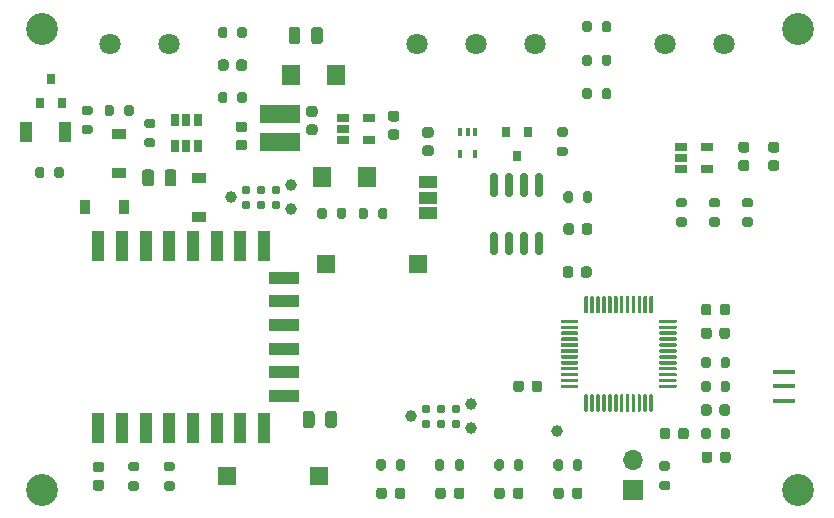
<source format=gbr>
%TF.GenerationSoftware,KiCad,Pcbnew,5.1.10*%
%TF.CreationDate,2021-05-04T20:33:21-04:00*%
%TF.ProjectId,CANalog,43414e61-6c6f-4672-9e6b-696361645f70,rev?*%
%TF.SameCoordinates,PX5b8d800PY848f8c0*%
%TF.FileFunction,Soldermask,Top*%
%TF.FilePolarity,Negative*%
%FSLAX46Y46*%
G04 Gerber Fmt 4.6, Leading zero omitted, Abs format (unit mm)*
G04 Created by KiCad (PCBNEW 5.1.10) date 2021-05-04 20:33:21*
%MOMM*%
%LPD*%
G01*
G04 APERTURE LIST*
%ADD10R,2.500000X1.100000*%
%ADD11R,1.100000X2.500000*%
%ADD12C,0.787400*%
%ADD13C,0.990600*%
%ADD14R,1.900000X0.400000*%
%ADD15R,0.400000X0.650000*%
%ADD16R,1.060000X0.650000*%
%ADD17R,0.650000X1.060000*%
%ADD18C,1.000000*%
%ADD19R,1.500000X1.500000*%
%ADD20R,0.800000X0.900000*%
%ADD21R,3.500000X1.600000*%
%ADD22R,1.500000X1.000000*%
%ADD23O,1.700000X1.700000*%
%ADD24R,1.700000X1.700000*%
%ADD25C,1.800000*%
%ADD26R,1.200000X0.900000*%
%ADD27R,1.600000X1.800000*%
%ADD28R,0.900000X1.200000*%
%ADD29R,1.000000X1.700000*%
%ADD30C,2.700000*%
G04 APERTURE END LIST*
D10*
%TO.C,U4*%
X-47550000Y-25060000D03*
X-47550000Y-27060000D03*
X-47550000Y-29060000D03*
X-47550000Y-31060000D03*
X-47550000Y-33060000D03*
X-47550000Y-35060000D03*
D11*
X-63250000Y-22350000D03*
X-61250000Y-22350000D03*
X-59250000Y-22350000D03*
X-57250000Y-22350000D03*
X-55250000Y-22350000D03*
X-53250000Y-22350000D03*
X-51250000Y-22350000D03*
X-49250000Y-22350000D03*
X-49250000Y-37750000D03*
X-51250000Y-37750000D03*
X-53250000Y-37750000D03*
X-55250000Y-37750000D03*
X-57250000Y-37750000D03*
X-59250000Y-37750000D03*
X-61250000Y-37750000D03*
X-63250000Y-37750000D03*
%TD*%
%TO.C,R14*%
G36*
G01*
X-10575000Y-32525000D02*
X-10575000Y-31975000D01*
G75*
G02*
X-10375000Y-31775000I200000J0D01*
G01*
X-9975000Y-31775000D01*
G75*
G02*
X-9775000Y-31975000I0J-200000D01*
G01*
X-9775000Y-32525000D01*
G75*
G02*
X-9975000Y-32725000I-200000J0D01*
G01*
X-10375000Y-32725000D01*
G75*
G02*
X-10575000Y-32525000I0J200000D01*
G01*
G37*
G36*
G01*
X-12225000Y-32525000D02*
X-12225000Y-31975000D01*
G75*
G02*
X-12025000Y-31775000I200000J0D01*
G01*
X-11625000Y-31775000D01*
G75*
G02*
X-11425000Y-31975000I0J-200000D01*
G01*
X-11425000Y-32525000D01*
G75*
G02*
X-11625000Y-32725000I-200000J0D01*
G01*
X-12025000Y-32725000D01*
G75*
G02*
X-12225000Y-32525000I0J200000D01*
G01*
G37*
%TD*%
D12*
%TO.C,J4*%
X-32980000Y-36165000D03*
X-32980000Y-37435000D03*
X-34250000Y-36165000D03*
X-34250000Y-37435000D03*
X-35520000Y-36165000D03*
X-35520000Y-37435000D03*
D13*
X-36790000Y-36800000D03*
X-31710000Y-37816000D03*
X-31710000Y-35784000D03*
%TD*%
%TO.C,U3*%
G36*
G01*
X-16300000Y-35000000D02*
X-16300000Y-36325000D01*
G75*
G02*
X-16375000Y-36400000I-75000J0D01*
G01*
X-16525000Y-36400000D01*
G75*
G02*
X-16600000Y-36325000I0J75000D01*
G01*
X-16600000Y-35000000D01*
G75*
G02*
X-16525000Y-34925000I75000J0D01*
G01*
X-16375000Y-34925000D01*
G75*
G02*
X-16300000Y-35000000I0J-75000D01*
G01*
G37*
G36*
G01*
X-16800000Y-35000000D02*
X-16800000Y-36325000D01*
G75*
G02*
X-16875000Y-36400000I-75000J0D01*
G01*
X-17025000Y-36400000D01*
G75*
G02*
X-17100000Y-36325000I0J75000D01*
G01*
X-17100000Y-35000000D01*
G75*
G02*
X-17025000Y-34925000I75000J0D01*
G01*
X-16875000Y-34925000D01*
G75*
G02*
X-16800000Y-35000000I0J-75000D01*
G01*
G37*
G36*
G01*
X-17300000Y-35000000D02*
X-17300000Y-36325000D01*
G75*
G02*
X-17375000Y-36400000I-75000J0D01*
G01*
X-17525000Y-36400000D01*
G75*
G02*
X-17600000Y-36325000I0J75000D01*
G01*
X-17600000Y-35000000D01*
G75*
G02*
X-17525000Y-34925000I75000J0D01*
G01*
X-17375000Y-34925000D01*
G75*
G02*
X-17300000Y-35000000I0J-75000D01*
G01*
G37*
G36*
G01*
X-17800000Y-35000000D02*
X-17800000Y-36325000D01*
G75*
G02*
X-17875000Y-36400000I-75000J0D01*
G01*
X-18025000Y-36400000D01*
G75*
G02*
X-18100000Y-36325000I0J75000D01*
G01*
X-18100000Y-35000000D01*
G75*
G02*
X-18025000Y-34925000I75000J0D01*
G01*
X-17875000Y-34925000D01*
G75*
G02*
X-17800000Y-35000000I0J-75000D01*
G01*
G37*
G36*
G01*
X-18300000Y-35000000D02*
X-18300000Y-36325000D01*
G75*
G02*
X-18375000Y-36400000I-75000J0D01*
G01*
X-18525000Y-36400000D01*
G75*
G02*
X-18600000Y-36325000I0J75000D01*
G01*
X-18600000Y-35000000D01*
G75*
G02*
X-18525000Y-34925000I75000J0D01*
G01*
X-18375000Y-34925000D01*
G75*
G02*
X-18300000Y-35000000I0J-75000D01*
G01*
G37*
G36*
G01*
X-18800000Y-35000000D02*
X-18800000Y-36325000D01*
G75*
G02*
X-18875000Y-36400000I-75000J0D01*
G01*
X-19025000Y-36400000D01*
G75*
G02*
X-19100000Y-36325000I0J75000D01*
G01*
X-19100000Y-35000000D01*
G75*
G02*
X-19025000Y-34925000I75000J0D01*
G01*
X-18875000Y-34925000D01*
G75*
G02*
X-18800000Y-35000000I0J-75000D01*
G01*
G37*
G36*
G01*
X-19300000Y-35000000D02*
X-19300000Y-36325000D01*
G75*
G02*
X-19375000Y-36400000I-75000J0D01*
G01*
X-19525000Y-36400000D01*
G75*
G02*
X-19600000Y-36325000I0J75000D01*
G01*
X-19600000Y-35000000D01*
G75*
G02*
X-19525000Y-34925000I75000J0D01*
G01*
X-19375000Y-34925000D01*
G75*
G02*
X-19300000Y-35000000I0J-75000D01*
G01*
G37*
G36*
G01*
X-19800000Y-35000000D02*
X-19800000Y-36325000D01*
G75*
G02*
X-19875000Y-36400000I-75000J0D01*
G01*
X-20025000Y-36400000D01*
G75*
G02*
X-20100000Y-36325000I0J75000D01*
G01*
X-20100000Y-35000000D01*
G75*
G02*
X-20025000Y-34925000I75000J0D01*
G01*
X-19875000Y-34925000D01*
G75*
G02*
X-19800000Y-35000000I0J-75000D01*
G01*
G37*
G36*
G01*
X-20300000Y-35000000D02*
X-20300000Y-36325000D01*
G75*
G02*
X-20375000Y-36400000I-75000J0D01*
G01*
X-20525000Y-36400000D01*
G75*
G02*
X-20600000Y-36325000I0J75000D01*
G01*
X-20600000Y-35000000D01*
G75*
G02*
X-20525000Y-34925000I75000J0D01*
G01*
X-20375000Y-34925000D01*
G75*
G02*
X-20300000Y-35000000I0J-75000D01*
G01*
G37*
G36*
G01*
X-20800000Y-35000000D02*
X-20800000Y-36325000D01*
G75*
G02*
X-20875000Y-36400000I-75000J0D01*
G01*
X-21025000Y-36400000D01*
G75*
G02*
X-21100000Y-36325000I0J75000D01*
G01*
X-21100000Y-35000000D01*
G75*
G02*
X-21025000Y-34925000I75000J0D01*
G01*
X-20875000Y-34925000D01*
G75*
G02*
X-20800000Y-35000000I0J-75000D01*
G01*
G37*
G36*
G01*
X-21300000Y-35000000D02*
X-21300000Y-36325000D01*
G75*
G02*
X-21375000Y-36400000I-75000J0D01*
G01*
X-21525000Y-36400000D01*
G75*
G02*
X-21600000Y-36325000I0J75000D01*
G01*
X-21600000Y-35000000D01*
G75*
G02*
X-21525000Y-34925000I75000J0D01*
G01*
X-21375000Y-34925000D01*
G75*
G02*
X-21300000Y-35000000I0J-75000D01*
G01*
G37*
G36*
G01*
X-21800000Y-35000000D02*
X-21800000Y-36325000D01*
G75*
G02*
X-21875000Y-36400000I-75000J0D01*
G01*
X-22025000Y-36400000D01*
G75*
G02*
X-22100000Y-36325000I0J75000D01*
G01*
X-22100000Y-35000000D01*
G75*
G02*
X-22025000Y-34925000I75000J0D01*
G01*
X-21875000Y-34925000D01*
G75*
G02*
X-21800000Y-35000000I0J-75000D01*
G01*
G37*
G36*
G01*
X-22625000Y-34175000D02*
X-22625000Y-34325000D01*
G75*
G02*
X-22700000Y-34400000I-75000J0D01*
G01*
X-24025000Y-34400000D01*
G75*
G02*
X-24100000Y-34325000I0J75000D01*
G01*
X-24100000Y-34175000D01*
G75*
G02*
X-24025000Y-34100000I75000J0D01*
G01*
X-22700000Y-34100000D01*
G75*
G02*
X-22625000Y-34175000I0J-75000D01*
G01*
G37*
G36*
G01*
X-22625000Y-33675000D02*
X-22625000Y-33825000D01*
G75*
G02*
X-22700000Y-33900000I-75000J0D01*
G01*
X-24025000Y-33900000D01*
G75*
G02*
X-24100000Y-33825000I0J75000D01*
G01*
X-24100000Y-33675000D01*
G75*
G02*
X-24025000Y-33600000I75000J0D01*
G01*
X-22700000Y-33600000D01*
G75*
G02*
X-22625000Y-33675000I0J-75000D01*
G01*
G37*
G36*
G01*
X-22625000Y-33175000D02*
X-22625000Y-33325000D01*
G75*
G02*
X-22700000Y-33400000I-75000J0D01*
G01*
X-24025000Y-33400000D01*
G75*
G02*
X-24100000Y-33325000I0J75000D01*
G01*
X-24100000Y-33175000D01*
G75*
G02*
X-24025000Y-33100000I75000J0D01*
G01*
X-22700000Y-33100000D01*
G75*
G02*
X-22625000Y-33175000I0J-75000D01*
G01*
G37*
G36*
G01*
X-22625000Y-32675000D02*
X-22625000Y-32825000D01*
G75*
G02*
X-22700000Y-32900000I-75000J0D01*
G01*
X-24025000Y-32900000D01*
G75*
G02*
X-24100000Y-32825000I0J75000D01*
G01*
X-24100000Y-32675000D01*
G75*
G02*
X-24025000Y-32600000I75000J0D01*
G01*
X-22700000Y-32600000D01*
G75*
G02*
X-22625000Y-32675000I0J-75000D01*
G01*
G37*
G36*
G01*
X-22625000Y-32175000D02*
X-22625000Y-32325000D01*
G75*
G02*
X-22700000Y-32400000I-75000J0D01*
G01*
X-24025000Y-32400000D01*
G75*
G02*
X-24100000Y-32325000I0J75000D01*
G01*
X-24100000Y-32175000D01*
G75*
G02*
X-24025000Y-32100000I75000J0D01*
G01*
X-22700000Y-32100000D01*
G75*
G02*
X-22625000Y-32175000I0J-75000D01*
G01*
G37*
G36*
G01*
X-22625000Y-31675000D02*
X-22625000Y-31825000D01*
G75*
G02*
X-22700000Y-31900000I-75000J0D01*
G01*
X-24025000Y-31900000D01*
G75*
G02*
X-24100000Y-31825000I0J75000D01*
G01*
X-24100000Y-31675000D01*
G75*
G02*
X-24025000Y-31600000I75000J0D01*
G01*
X-22700000Y-31600000D01*
G75*
G02*
X-22625000Y-31675000I0J-75000D01*
G01*
G37*
G36*
G01*
X-22625000Y-31175000D02*
X-22625000Y-31325000D01*
G75*
G02*
X-22700000Y-31400000I-75000J0D01*
G01*
X-24025000Y-31400000D01*
G75*
G02*
X-24100000Y-31325000I0J75000D01*
G01*
X-24100000Y-31175000D01*
G75*
G02*
X-24025000Y-31100000I75000J0D01*
G01*
X-22700000Y-31100000D01*
G75*
G02*
X-22625000Y-31175000I0J-75000D01*
G01*
G37*
G36*
G01*
X-22625000Y-30675000D02*
X-22625000Y-30825000D01*
G75*
G02*
X-22700000Y-30900000I-75000J0D01*
G01*
X-24025000Y-30900000D01*
G75*
G02*
X-24100000Y-30825000I0J75000D01*
G01*
X-24100000Y-30675000D01*
G75*
G02*
X-24025000Y-30600000I75000J0D01*
G01*
X-22700000Y-30600000D01*
G75*
G02*
X-22625000Y-30675000I0J-75000D01*
G01*
G37*
G36*
G01*
X-22625000Y-30175000D02*
X-22625000Y-30325000D01*
G75*
G02*
X-22700000Y-30400000I-75000J0D01*
G01*
X-24025000Y-30400000D01*
G75*
G02*
X-24100000Y-30325000I0J75000D01*
G01*
X-24100000Y-30175000D01*
G75*
G02*
X-24025000Y-30100000I75000J0D01*
G01*
X-22700000Y-30100000D01*
G75*
G02*
X-22625000Y-30175000I0J-75000D01*
G01*
G37*
G36*
G01*
X-22625000Y-29675000D02*
X-22625000Y-29825000D01*
G75*
G02*
X-22700000Y-29900000I-75000J0D01*
G01*
X-24025000Y-29900000D01*
G75*
G02*
X-24100000Y-29825000I0J75000D01*
G01*
X-24100000Y-29675000D01*
G75*
G02*
X-24025000Y-29600000I75000J0D01*
G01*
X-22700000Y-29600000D01*
G75*
G02*
X-22625000Y-29675000I0J-75000D01*
G01*
G37*
G36*
G01*
X-22625000Y-29175000D02*
X-22625000Y-29325000D01*
G75*
G02*
X-22700000Y-29400000I-75000J0D01*
G01*
X-24025000Y-29400000D01*
G75*
G02*
X-24100000Y-29325000I0J75000D01*
G01*
X-24100000Y-29175000D01*
G75*
G02*
X-24025000Y-29100000I75000J0D01*
G01*
X-22700000Y-29100000D01*
G75*
G02*
X-22625000Y-29175000I0J-75000D01*
G01*
G37*
G36*
G01*
X-22625000Y-28675000D02*
X-22625000Y-28825000D01*
G75*
G02*
X-22700000Y-28900000I-75000J0D01*
G01*
X-24025000Y-28900000D01*
G75*
G02*
X-24100000Y-28825000I0J75000D01*
G01*
X-24100000Y-28675000D01*
G75*
G02*
X-24025000Y-28600000I75000J0D01*
G01*
X-22700000Y-28600000D01*
G75*
G02*
X-22625000Y-28675000I0J-75000D01*
G01*
G37*
G36*
G01*
X-21800000Y-26675000D02*
X-21800000Y-28000000D01*
G75*
G02*
X-21875000Y-28075000I-75000J0D01*
G01*
X-22025000Y-28075000D01*
G75*
G02*
X-22100000Y-28000000I0J75000D01*
G01*
X-22100000Y-26675000D01*
G75*
G02*
X-22025000Y-26600000I75000J0D01*
G01*
X-21875000Y-26600000D01*
G75*
G02*
X-21800000Y-26675000I0J-75000D01*
G01*
G37*
G36*
G01*
X-21300000Y-26675000D02*
X-21300000Y-28000000D01*
G75*
G02*
X-21375000Y-28075000I-75000J0D01*
G01*
X-21525000Y-28075000D01*
G75*
G02*
X-21600000Y-28000000I0J75000D01*
G01*
X-21600000Y-26675000D01*
G75*
G02*
X-21525000Y-26600000I75000J0D01*
G01*
X-21375000Y-26600000D01*
G75*
G02*
X-21300000Y-26675000I0J-75000D01*
G01*
G37*
G36*
G01*
X-20800000Y-26675000D02*
X-20800000Y-28000000D01*
G75*
G02*
X-20875000Y-28075000I-75000J0D01*
G01*
X-21025000Y-28075000D01*
G75*
G02*
X-21100000Y-28000000I0J75000D01*
G01*
X-21100000Y-26675000D01*
G75*
G02*
X-21025000Y-26600000I75000J0D01*
G01*
X-20875000Y-26600000D01*
G75*
G02*
X-20800000Y-26675000I0J-75000D01*
G01*
G37*
G36*
G01*
X-20300000Y-26675000D02*
X-20300000Y-28000000D01*
G75*
G02*
X-20375000Y-28075000I-75000J0D01*
G01*
X-20525000Y-28075000D01*
G75*
G02*
X-20600000Y-28000000I0J75000D01*
G01*
X-20600000Y-26675000D01*
G75*
G02*
X-20525000Y-26600000I75000J0D01*
G01*
X-20375000Y-26600000D01*
G75*
G02*
X-20300000Y-26675000I0J-75000D01*
G01*
G37*
G36*
G01*
X-19800000Y-26675000D02*
X-19800000Y-28000000D01*
G75*
G02*
X-19875000Y-28075000I-75000J0D01*
G01*
X-20025000Y-28075000D01*
G75*
G02*
X-20100000Y-28000000I0J75000D01*
G01*
X-20100000Y-26675000D01*
G75*
G02*
X-20025000Y-26600000I75000J0D01*
G01*
X-19875000Y-26600000D01*
G75*
G02*
X-19800000Y-26675000I0J-75000D01*
G01*
G37*
G36*
G01*
X-19300000Y-26675000D02*
X-19300000Y-28000000D01*
G75*
G02*
X-19375000Y-28075000I-75000J0D01*
G01*
X-19525000Y-28075000D01*
G75*
G02*
X-19600000Y-28000000I0J75000D01*
G01*
X-19600000Y-26675000D01*
G75*
G02*
X-19525000Y-26600000I75000J0D01*
G01*
X-19375000Y-26600000D01*
G75*
G02*
X-19300000Y-26675000I0J-75000D01*
G01*
G37*
G36*
G01*
X-18800000Y-26675000D02*
X-18800000Y-28000000D01*
G75*
G02*
X-18875000Y-28075000I-75000J0D01*
G01*
X-19025000Y-28075000D01*
G75*
G02*
X-19100000Y-28000000I0J75000D01*
G01*
X-19100000Y-26675000D01*
G75*
G02*
X-19025000Y-26600000I75000J0D01*
G01*
X-18875000Y-26600000D01*
G75*
G02*
X-18800000Y-26675000I0J-75000D01*
G01*
G37*
G36*
G01*
X-18300000Y-26675000D02*
X-18300000Y-28000000D01*
G75*
G02*
X-18375000Y-28075000I-75000J0D01*
G01*
X-18525000Y-28075000D01*
G75*
G02*
X-18600000Y-28000000I0J75000D01*
G01*
X-18600000Y-26675000D01*
G75*
G02*
X-18525000Y-26600000I75000J0D01*
G01*
X-18375000Y-26600000D01*
G75*
G02*
X-18300000Y-26675000I0J-75000D01*
G01*
G37*
G36*
G01*
X-17800000Y-26675000D02*
X-17800000Y-28000000D01*
G75*
G02*
X-17875000Y-28075000I-75000J0D01*
G01*
X-18025000Y-28075000D01*
G75*
G02*
X-18100000Y-28000000I0J75000D01*
G01*
X-18100000Y-26675000D01*
G75*
G02*
X-18025000Y-26600000I75000J0D01*
G01*
X-17875000Y-26600000D01*
G75*
G02*
X-17800000Y-26675000I0J-75000D01*
G01*
G37*
G36*
G01*
X-17300000Y-26675000D02*
X-17300000Y-28000000D01*
G75*
G02*
X-17375000Y-28075000I-75000J0D01*
G01*
X-17525000Y-28075000D01*
G75*
G02*
X-17600000Y-28000000I0J75000D01*
G01*
X-17600000Y-26675000D01*
G75*
G02*
X-17525000Y-26600000I75000J0D01*
G01*
X-17375000Y-26600000D01*
G75*
G02*
X-17300000Y-26675000I0J-75000D01*
G01*
G37*
G36*
G01*
X-16800000Y-26675000D02*
X-16800000Y-28000000D01*
G75*
G02*
X-16875000Y-28075000I-75000J0D01*
G01*
X-17025000Y-28075000D01*
G75*
G02*
X-17100000Y-28000000I0J75000D01*
G01*
X-17100000Y-26675000D01*
G75*
G02*
X-17025000Y-26600000I75000J0D01*
G01*
X-16875000Y-26600000D01*
G75*
G02*
X-16800000Y-26675000I0J-75000D01*
G01*
G37*
G36*
G01*
X-16300000Y-26675000D02*
X-16300000Y-28000000D01*
G75*
G02*
X-16375000Y-28075000I-75000J0D01*
G01*
X-16525000Y-28075000D01*
G75*
G02*
X-16600000Y-28000000I0J75000D01*
G01*
X-16600000Y-26675000D01*
G75*
G02*
X-16525000Y-26600000I75000J0D01*
G01*
X-16375000Y-26600000D01*
G75*
G02*
X-16300000Y-26675000I0J-75000D01*
G01*
G37*
G36*
G01*
X-14300000Y-28675000D02*
X-14300000Y-28825000D01*
G75*
G02*
X-14375000Y-28900000I-75000J0D01*
G01*
X-15700000Y-28900000D01*
G75*
G02*
X-15775000Y-28825000I0J75000D01*
G01*
X-15775000Y-28675000D01*
G75*
G02*
X-15700000Y-28600000I75000J0D01*
G01*
X-14375000Y-28600000D01*
G75*
G02*
X-14300000Y-28675000I0J-75000D01*
G01*
G37*
G36*
G01*
X-14300000Y-29175000D02*
X-14300000Y-29325000D01*
G75*
G02*
X-14375000Y-29400000I-75000J0D01*
G01*
X-15700000Y-29400000D01*
G75*
G02*
X-15775000Y-29325000I0J75000D01*
G01*
X-15775000Y-29175000D01*
G75*
G02*
X-15700000Y-29100000I75000J0D01*
G01*
X-14375000Y-29100000D01*
G75*
G02*
X-14300000Y-29175000I0J-75000D01*
G01*
G37*
G36*
G01*
X-14300000Y-29675000D02*
X-14300000Y-29825000D01*
G75*
G02*
X-14375000Y-29900000I-75000J0D01*
G01*
X-15700000Y-29900000D01*
G75*
G02*
X-15775000Y-29825000I0J75000D01*
G01*
X-15775000Y-29675000D01*
G75*
G02*
X-15700000Y-29600000I75000J0D01*
G01*
X-14375000Y-29600000D01*
G75*
G02*
X-14300000Y-29675000I0J-75000D01*
G01*
G37*
G36*
G01*
X-14300000Y-30175000D02*
X-14300000Y-30325000D01*
G75*
G02*
X-14375000Y-30400000I-75000J0D01*
G01*
X-15700000Y-30400000D01*
G75*
G02*
X-15775000Y-30325000I0J75000D01*
G01*
X-15775000Y-30175000D01*
G75*
G02*
X-15700000Y-30100000I75000J0D01*
G01*
X-14375000Y-30100000D01*
G75*
G02*
X-14300000Y-30175000I0J-75000D01*
G01*
G37*
G36*
G01*
X-14300000Y-30675000D02*
X-14300000Y-30825000D01*
G75*
G02*
X-14375000Y-30900000I-75000J0D01*
G01*
X-15700000Y-30900000D01*
G75*
G02*
X-15775000Y-30825000I0J75000D01*
G01*
X-15775000Y-30675000D01*
G75*
G02*
X-15700000Y-30600000I75000J0D01*
G01*
X-14375000Y-30600000D01*
G75*
G02*
X-14300000Y-30675000I0J-75000D01*
G01*
G37*
G36*
G01*
X-14300000Y-31175000D02*
X-14300000Y-31325000D01*
G75*
G02*
X-14375000Y-31400000I-75000J0D01*
G01*
X-15700000Y-31400000D01*
G75*
G02*
X-15775000Y-31325000I0J75000D01*
G01*
X-15775000Y-31175000D01*
G75*
G02*
X-15700000Y-31100000I75000J0D01*
G01*
X-14375000Y-31100000D01*
G75*
G02*
X-14300000Y-31175000I0J-75000D01*
G01*
G37*
G36*
G01*
X-14300000Y-31675000D02*
X-14300000Y-31825000D01*
G75*
G02*
X-14375000Y-31900000I-75000J0D01*
G01*
X-15700000Y-31900000D01*
G75*
G02*
X-15775000Y-31825000I0J75000D01*
G01*
X-15775000Y-31675000D01*
G75*
G02*
X-15700000Y-31600000I75000J0D01*
G01*
X-14375000Y-31600000D01*
G75*
G02*
X-14300000Y-31675000I0J-75000D01*
G01*
G37*
G36*
G01*
X-14300000Y-32175000D02*
X-14300000Y-32325000D01*
G75*
G02*
X-14375000Y-32400000I-75000J0D01*
G01*
X-15700000Y-32400000D01*
G75*
G02*
X-15775000Y-32325000I0J75000D01*
G01*
X-15775000Y-32175000D01*
G75*
G02*
X-15700000Y-32100000I75000J0D01*
G01*
X-14375000Y-32100000D01*
G75*
G02*
X-14300000Y-32175000I0J-75000D01*
G01*
G37*
G36*
G01*
X-14300000Y-32675000D02*
X-14300000Y-32825000D01*
G75*
G02*
X-14375000Y-32900000I-75000J0D01*
G01*
X-15700000Y-32900000D01*
G75*
G02*
X-15775000Y-32825000I0J75000D01*
G01*
X-15775000Y-32675000D01*
G75*
G02*
X-15700000Y-32600000I75000J0D01*
G01*
X-14375000Y-32600000D01*
G75*
G02*
X-14300000Y-32675000I0J-75000D01*
G01*
G37*
G36*
G01*
X-14300000Y-33175000D02*
X-14300000Y-33325000D01*
G75*
G02*
X-14375000Y-33400000I-75000J0D01*
G01*
X-15700000Y-33400000D01*
G75*
G02*
X-15775000Y-33325000I0J75000D01*
G01*
X-15775000Y-33175000D01*
G75*
G02*
X-15700000Y-33100000I75000J0D01*
G01*
X-14375000Y-33100000D01*
G75*
G02*
X-14300000Y-33175000I0J-75000D01*
G01*
G37*
G36*
G01*
X-14300000Y-33675000D02*
X-14300000Y-33825000D01*
G75*
G02*
X-14375000Y-33900000I-75000J0D01*
G01*
X-15700000Y-33900000D01*
G75*
G02*
X-15775000Y-33825000I0J75000D01*
G01*
X-15775000Y-33675000D01*
G75*
G02*
X-15700000Y-33600000I75000J0D01*
G01*
X-14375000Y-33600000D01*
G75*
G02*
X-14300000Y-33675000I0J-75000D01*
G01*
G37*
G36*
G01*
X-14300000Y-34175000D02*
X-14300000Y-34325000D01*
G75*
G02*
X-14375000Y-34400000I-75000J0D01*
G01*
X-15700000Y-34400000D01*
G75*
G02*
X-15775000Y-34325000I0J75000D01*
G01*
X-15775000Y-34175000D01*
G75*
G02*
X-15700000Y-34100000I75000J0D01*
G01*
X-14375000Y-34100000D01*
G75*
G02*
X-14300000Y-34175000I0J-75000D01*
G01*
G37*
%TD*%
%TO.C,FB1*%
G36*
G01*
X-10650000Y-28006250D02*
X-10650000Y-27493750D01*
G75*
G02*
X-10431250Y-27275000I218750J0D01*
G01*
X-9993750Y-27275000D01*
G75*
G02*
X-9775000Y-27493750I0J-218750D01*
G01*
X-9775000Y-28006250D01*
G75*
G02*
X-9993750Y-28225000I-218750J0D01*
G01*
X-10431250Y-28225000D01*
G75*
G02*
X-10650000Y-28006250I0J218750D01*
G01*
G37*
G36*
G01*
X-12225000Y-28006250D02*
X-12225000Y-27493750D01*
G75*
G02*
X-12006250Y-27275000I218750J0D01*
G01*
X-11568750Y-27275000D01*
G75*
G02*
X-11350000Y-27493750I0J-218750D01*
G01*
X-11350000Y-28006250D01*
G75*
G02*
X-11568750Y-28225000I-218750J0D01*
G01*
X-12006250Y-28225000D01*
G75*
G02*
X-12225000Y-28006250I0J218750D01*
G01*
G37*
%TD*%
D12*
%TO.C,J5*%
X-48230000Y-17615000D03*
X-48230000Y-18885000D03*
X-49500000Y-17615000D03*
X-49500000Y-18885000D03*
X-50770000Y-17615000D03*
X-50770000Y-18885000D03*
D13*
X-52040000Y-18250000D03*
X-46960000Y-19266000D03*
X-46960000Y-17234000D03*
%TD*%
D14*
%TO.C,Y1*%
X-5200000Y-33050000D03*
X-5200000Y-34250000D03*
X-5200000Y-35450000D03*
%TD*%
D15*
%TO.C,U7*%
X-31350000Y-14575000D03*
X-32650000Y-14575000D03*
X-32000000Y-12675000D03*
X-32650000Y-12675000D03*
X-31350000Y-12675000D03*
%TD*%
%TO.C,U6*%
G36*
G01*
X-29605000Y-18175000D02*
X-29905000Y-18175000D01*
G75*
G02*
X-30055000Y-18025000I0J150000D01*
G01*
X-30055000Y-16375000D01*
G75*
G02*
X-29905000Y-16225000I150000J0D01*
G01*
X-29605000Y-16225000D01*
G75*
G02*
X-29455000Y-16375000I0J-150000D01*
G01*
X-29455000Y-18025000D01*
G75*
G02*
X-29605000Y-18175000I-150000J0D01*
G01*
G37*
G36*
G01*
X-28335000Y-18175000D02*
X-28635000Y-18175000D01*
G75*
G02*
X-28785000Y-18025000I0J150000D01*
G01*
X-28785000Y-16375000D01*
G75*
G02*
X-28635000Y-16225000I150000J0D01*
G01*
X-28335000Y-16225000D01*
G75*
G02*
X-28185000Y-16375000I0J-150000D01*
G01*
X-28185000Y-18025000D01*
G75*
G02*
X-28335000Y-18175000I-150000J0D01*
G01*
G37*
G36*
G01*
X-27065000Y-18175000D02*
X-27365000Y-18175000D01*
G75*
G02*
X-27515000Y-18025000I0J150000D01*
G01*
X-27515000Y-16375000D01*
G75*
G02*
X-27365000Y-16225000I150000J0D01*
G01*
X-27065000Y-16225000D01*
G75*
G02*
X-26915000Y-16375000I0J-150000D01*
G01*
X-26915000Y-18025000D01*
G75*
G02*
X-27065000Y-18175000I-150000J0D01*
G01*
G37*
G36*
G01*
X-25795000Y-18175000D02*
X-26095000Y-18175000D01*
G75*
G02*
X-26245000Y-18025000I0J150000D01*
G01*
X-26245000Y-16375000D01*
G75*
G02*
X-26095000Y-16225000I150000J0D01*
G01*
X-25795000Y-16225000D01*
G75*
G02*
X-25645000Y-16375000I0J-150000D01*
G01*
X-25645000Y-18025000D01*
G75*
G02*
X-25795000Y-18175000I-150000J0D01*
G01*
G37*
G36*
G01*
X-25795000Y-23125000D02*
X-26095000Y-23125000D01*
G75*
G02*
X-26245000Y-22975000I0J150000D01*
G01*
X-26245000Y-21325000D01*
G75*
G02*
X-26095000Y-21175000I150000J0D01*
G01*
X-25795000Y-21175000D01*
G75*
G02*
X-25645000Y-21325000I0J-150000D01*
G01*
X-25645000Y-22975000D01*
G75*
G02*
X-25795000Y-23125000I-150000J0D01*
G01*
G37*
G36*
G01*
X-27065000Y-23125000D02*
X-27365000Y-23125000D01*
G75*
G02*
X-27515000Y-22975000I0J150000D01*
G01*
X-27515000Y-21325000D01*
G75*
G02*
X-27365000Y-21175000I150000J0D01*
G01*
X-27065000Y-21175000D01*
G75*
G02*
X-26915000Y-21325000I0J-150000D01*
G01*
X-26915000Y-22975000D01*
G75*
G02*
X-27065000Y-23125000I-150000J0D01*
G01*
G37*
G36*
G01*
X-28335000Y-23125000D02*
X-28635000Y-23125000D01*
G75*
G02*
X-28785000Y-22975000I0J150000D01*
G01*
X-28785000Y-21325000D01*
G75*
G02*
X-28635000Y-21175000I150000J0D01*
G01*
X-28335000Y-21175000D01*
G75*
G02*
X-28185000Y-21325000I0J-150000D01*
G01*
X-28185000Y-22975000D01*
G75*
G02*
X-28335000Y-23125000I-150000J0D01*
G01*
G37*
G36*
G01*
X-29605000Y-23125000D02*
X-29905000Y-23125000D01*
G75*
G02*
X-30055000Y-22975000I0J150000D01*
G01*
X-30055000Y-21325000D01*
G75*
G02*
X-29905000Y-21175000I150000J0D01*
G01*
X-29605000Y-21175000D01*
G75*
G02*
X-29455000Y-21325000I0J-150000D01*
G01*
X-29455000Y-22975000D01*
G75*
G02*
X-29605000Y-23125000I-150000J0D01*
G01*
G37*
%TD*%
D16*
%TO.C,U5*%
X-11700000Y-13975000D03*
X-11700000Y-15875000D03*
X-13900000Y-15875000D03*
X-13900000Y-14925000D03*
X-13900000Y-13975000D03*
%TD*%
%TO.C,U2*%
X-40300000Y-11500000D03*
X-40300000Y-13400000D03*
X-42500000Y-13400000D03*
X-42500000Y-12450000D03*
X-42500000Y-11500000D03*
%TD*%
D17*
%TO.C,U1*%
X-55800000Y-13900000D03*
X-54850000Y-13900000D03*
X-56750000Y-13900000D03*
X-56750000Y-11700000D03*
X-55800000Y-11700000D03*
X-54850000Y-11700000D03*
%TD*%
D18*
%TO.C,TP1*%
X-24400000Y-38050000D03*
%TD*%
D19*
%TO.C,SW2*%
X-44000000Y-23900000D03*
X-36200000Y-23900000D03*
%TD*%
%TO.C,SW1*%
X-52400000Y-41875000D03*
X-44600000Y-41875000D03*
%TD*%
%TO.C,R26*%
G36*
G01*
X-24250000Y-13950000D02*
X-23700000Y-13950000D01*
G75*
G02*
X-23500000Y-14150000I0J-200000D01*
G01*
X-23500000Y-14550000D01*
G75*
G02*
X-23700000Y-14750000I-200000J0D01*
G01*
X-24250000Y-14750000D01*
G75*
G02*
X-24450000Y-14550000I0J200000D01*
G01*
X-24450000Y-14150000D01*
G75*
G02*
X-24250000Y-13950000I200000J0D01*
G01*
G37*
G36*
G01*
X-24250000Y-12300000D02*
X-23700000Y-12300000D01*
G75*
G02*
X-23500000Y-12500000I0J-200000D01*
G01*
X-23500000Y-12900000D01*
G75*
G02*
X-23700000Y-13100000I-200000J0D01*
G01*
X-24250000Y-13100000D01*
G75*
G02*
X-24450000Y-12900000I0J200000D01*
G01*
X-24450000Y-12500000D01*
G75*
G02*
X-24250000Y-12300000I200000J0D01*
G01*
G37*
%TD*%
%TO.C,R25*%
G36*
G01*
X-23925000Y-40625000D02*
X-23925000Y-41175000D01*
G75*
G02*
X-24125000Y-41375000I-200000J0D01*
G01*
X-24525000Y-41375000D01*
G75*
G02*
X-24725000Y-41175000I0J200000D01*
G01*
X-24725000Y-40625000D01*
G75*
G02*
X-24525000Y-40425000I200000J0D01*
G01*
X-24125000Y-40425000D01*
G75*
G02*
X-23925000Y-40625000I0J-200000D01*
G01*
G37*
G36*
G01*
X-22275000Y-40625000D02*
X-22275000Y-41175000D01*
G75*
G02*
X-22475000Y-41375000I-200000J0D01*
G01*
X-22875000Y-41375000D01*
G75*
G02*
X-23075000Y-41175000I0J200000D01*
G01*
X-23075000Y-40625000D01*
G75*
G02*
X-22875000Y-40425000I200000J0D01*
G01*
X-22475000Y-40425000D01*
G75*
G02*
X-22275000Y-40625000I0J-200000D01*
G01*
G37*
%TD*%
%TO.C,R24*%
G36*
G01*
X-28925000Y-40625000D02*
X-28925000Y-41175000D01*
G75*
G02*
X-29125000Y-41375000I-200000J0D01*
G01*
X-29525000Y-41375000D01*
G75*
G02*
X-29725000Y-41175000I0J200000D01*
G01*
X-29725000Y-40625000D01*
G75*
G02*
X-29525000Y-40425000I200000J0D01*
G01*
X-29125000Y-40425000D01*
G75*
G02*
X-28925000Y-40625000I0J-200000D01*
G01*
G37*
G36*
G01*
X-27275000Y-40625000D02*
X-27275000Y-41175000D01*
G75*
G02*
X-27475000Y-41375000I-200000J0D01*
G01*
X-27875000Y-41375000D01*
G75*
G02*
X-28075000Y-41175000I0J200000D01*
G01*
X-28075000Y-40625000D01*
G75*
G02*
X-27875000Y-40425000I200000J0D01*
G01*
X-27475000Y-40425000D01*
G75*
G02*
X-27275000Y-40625000I0J-200000D01*
G01*
G37*
%TD*%
%TO.C,R23*%
G36*
G01*
X-33950000Y-40625000D02*
X-33950000Y-41175000D01*
G75*
G02*
X-34150000Y-41375000I-200000J0D01*
G01*
X-34550000Y-41375000D01*
G75*
G02*
X-34750000Y-41175000I0J200000D01*
G01*
X-34750000Y-40625000D01*
G75*
G02*
X-34550000Y-40425000I200000J0D01*
G01*
X-34150000Y-40425000D01*
G75*
G02*
X-33950000Y-40625000I0J-200000D01*
G01*
G37*
G36*
G01*
X-32300000Y-40625000D02*
X-32300000Y-41175000D01*
G75*
G02*
X-32500000Y-41375000I-200000J0D01*
G01*
X-32900000Y-41375000D01*
G75*
G02*
X-33100000Y-41175000I0J200000D01*
G01*
X-33100000Y-40625000D01*
G75*
G02*
X-32900000Y-40425000I200000J0D01*
G01*
X-32500000Y-40425000D01*
G75*
G02*
X-32300000Y-40625000I0J-200000D01*
G01*
G37*
%TD*%
%TO.C,R22*%
G36*
G01*
X-38075000Y-41175000D02*
X-38075000Y-40625000D01*
G75*
G02*
X-37875000Y-40425000I200000J0D01*
G01*
X-37475000Y-40425000D01*
G75*
G02*
X-37275000Y-40625000I0J-200000D01*
G01*
X-37275000Y-41175000D01*
G75*
G02*
X-37475000Y-41375000I-200000J0D01*
G01*
X-37875000Y-41375000D01*
G75*
G02*
X-38075000Y-41175000I0J200000D01*
G01*
G37*
G36*
G01*
X-39725000Y-41175000D02*
X-39725000Y-40625000D01*
G75*
G02*
X-39525000Y-40425000I200000J0D01*
G01*
X-39125000Y-40425000D01*
G75*
G02*
X-38925000Y-40625000I0J-200000D01*
G01*
X-38925000Y-41175000D01*
G75*
G02*
X-39125000Y-41375000I-200000J0D01*
G01*
X-39525000Y-41375000D01*
G75*
G02*
X-39725000Y-41175000I0J200000D01*
G01*
G37*
%TD*%
%TO.C,R21*%
G36*
G01*
X-22225000Y-18500000D02*
X-22225000Y-17950000D01*
G75*
G02*
X-22025000Y-17750000I200000J0D01*
G01*
X-21625000Y-17750000D01*
G75*
G02*
X-21425000Y-17950000I0J-200000D01*
G01*
X-21425000Y-18500000D01*
G75*
G02*
X-21625000Y-18700000I-200000J0D01*
G01*
X-22025000Y-18700000D01*
G75*
G02*
X-22225000Y-18500000I0J200000D01*
G01*
G37*
G36*
G01*
X-23875000Y-18500000D02*
X-23875000Y-17950000D01*
G75*
G02*
X-23675000Y-17750000I200000J0D01*
G01*
X-23275000Y-17750000D01*
G75*
G02*
X-23075000Y-17950000I0J-200000D01*
G01*
X-23075000Y-18500000D01*
G75*
G02*
X-23275000Y-18700000I-200000J0D01*
G01*
X-23675000Y-18700000D01*
G75*
G02*
X-23875000Y-18500000I0J200000D01*
G01*
G37*
%TD*%
%TO.C,R20*%
G36*
G01*
X-11375000Y-19950000D02*
X-10825000Y-19950000D01*
G75*
G02*
X-10625000Y-20150000I0J-200000D01*
G01*
X-10625000Y-20550000D01*
G75*
G02*
X-10825000Y-20750000I-200000J0D01*
G01*
X-11375000Y-20750000D01*
G75*
G02*
X-11575000Y-20550000I0J200000D01*
G01*
X-11575000Y-20150000D01*
G75*
G02*
X-11375000Y-19950000I200000J0D01*
G01*
G37*
G36*
G01*
X-11375000Y-18300000D02*
X-10825000Y-18300000D01*
G75*
G02*
X-10625000Y-18500000I0J-200000D01*
G01*
X-10625000Y-18900000D01*
G75*
G02*
X-10825000Y-19100000I-200000J0D01*
G01*
X-11375000Y-19100000D01*
G75*
G02*
X-11575000Y-18900000I0J200000D01*
G01*
X-11575000Y-18500000D01*
G75*
G02*
X-11375000Y-18300000I200000J0D01*
G01*
G37*
%TD*%
%TO.C,R19*%
G36*
G01*
X-13625000Y-19100000D02*
X-14175000Y-19100000D01*
G75*
G02*
X-14375000Y-18900000I0J200000D01*
G01*
X-14375000Y-18500000D01*
G75*
G02*
X-14175000Y-18300000I200000J0D01*
G01*
X-13625000Y-18300000D01*
G75*
G02*
X-13425000Y-18500000I0J-200000D01*
G01*
X-13425000Y-18900000D01*
G75*
G02*
X-13625000Y-19100000I-200000J0D01*
G01*
G37*
G36*
G01*
X-13625000Y-20750000D02*
X-14175000Y-20750000D01*
G75*
G02*
X-14375000Y-20550000I0J200000D01*
G01*
X-14375000Y-20150000D01*
G75*
G02*
X-14175000Y-19950000I200000J0D01*
G01*
X-13625000Y-19950000D01*
G75*
G02*
X-13425000Y-20150000I0J-200000D01*
G01*
X-13425000Y-20550000D01*
G75*
G02*
X-13625000Y-20750000I-200000J0D01*
G01*
G37*
%TD*%
%TO.C,R18*%
G36*
G01*
X-8575000Y-19950000D02*
X-8025000Y-19950000D01*
G75*
G02*
X-7825000Y-20150000I0J-200000D01*
G01*
X-7825000Y-20550000D01*
G75*
G02*
X-8025000Y-20750000I-200000J0D01*
G01*
X-8575000Y-20750000D01*
G75*
G02*
X-8775000Y-20550000I0J200000D01*
G01*
X-8775000Y-20150000D01*
G75*
G02*
X-8575000Y-19950000I200000J0D01*
G01*
G37*
G36*
G01*
X-8575000Y-18300000D02*
X-8025000Y-18300000D01*
G75*
G02*
X-7825000Y-18500000I0J-200000D01*
G01*
X-7825000Y-18900000D01*
G75*
G02*
X-8025000Y-19100000I-200000J0D01*
G01*
X-8575000Y-19100000D01*
G75*
G02*
X-8775000Y-18900000I0J200000D01*
G01*
X-8775000Y-18500000D01*
G75*
G02*
X-8575000Y-18300000I200000J0D01*
G01*
G37*
%TD*%
%TO.C,R17*%
G36*
G01*
X-43075000Y-19875000D02*
X-43075000Y-19325000D01*
G75*
G02*
X-42875000Y-19125000I200000J0D01*
G01*
X-42475000Y-19125000D01*
G75*
G02*
X-42275000Y-19325000I0J-200000D01*
G01*
X-42275000Y-19875000D01*
G75*
G02*
X-42475000Y-20075000I-200000J0D01*
G01*
X-42875000Y-20075000D01*
G75*
G02*
X-43075000Y-19875000I0J200000D01*
G01*
G37*
G36*
G01*
X-44725000Y-19875000D02*
X-44725000Y-19325000D01*
G75*
G02*
X-44525000Y-19125000I200000J0D01*
G01*
X-44125000Y-19125000D01*
G75*
G02*
X-43925000Y-19325000I0J-200000D01*
G01*
X-43925000Y-19875000D01*
G75*
G02*
X-44125000Y-20075000I-200000J0D01*
G01*
X-44525000Y-20075000D01*
G75*
G02*
X-44725000Y-19875000I0J200000D01*
G01*
G37*
%TD*%
%TO.C,R16*%
G36*
G01*
X-10575000Y-38525000D02*
X-10575000Y-37975000D01*
G75*
G02*
X-10375000Y-37775000I200000J0D01*
G01*
X-9975000Y-37775000D01*
G75*
G02*
X-9775000Y-37975000I0J-200000D01*
G01*
X-9775000Y-38525000D01*
G75*
G02*
X-9975000Y-38725000I-200000J0D01*
G01*
X-10375000Y-38725000D01*
G75*
G02*
X-10575000Y-38525000I0J200000D01*
G01*
G37*
G36*
G01*
X-12225000Y-38525000D02*
X-12225000Y-37975000D01*
G75*
G02*
X-12025000Y-37775000I200000J0D01*
G01*
X-11625000Y-37775000D01*
G75*
G02*
X-11425000Y-37975000I0J-200000D01*
G01*
X-11425000Y-38525000D01*
G75*
G02*
X-11625000Y-38725000I-200000J0D01*
G01*
X-12025000Y-38725000D01*
G75*
G02*
X-12225000Y-38525000I0J200000D01*
G01*
G37*
%TD*%
%TO.C,R15*%
G36*
G01*
X-56975000Y-41425000D02*
X-57525000Y-41425000D01*
G75*
G02*
X-57725000Y-41225000I0J200000D01*
G01*
X-57725000Y-40825000D01*
G75*
G02*
X-57525000Y-40625000I200000J0D01*
G01*
X-56975000Y-40625000D01*
G75*
G02*
X-56775000Y-40825000I0J-200000D01*
G01*
X-56775000Y-41225000D01*
G75*
G02*
X-56975000Y-41425000I-200000J0D01*
G01*
G37*
G36*
G01*
X-56975000Y-43075000D02*
X-57525000Y-43075000D01*
G75*
G02*
X-57725000Y-42875000I0J200000D01*
G01*
X-57725000Y-42475000D01*
G75*
G02*
X-57525000Y-42275000I200000J0D01*
G01*
X-56975000Y-42275000D01*
G75*
G02*
X-56775000Y-42475000I0J-200000D01*
G01*
X-56775000Y-42875000D01*
G75*
G02*
X-56975000Y-43075000I-200000J0D01*
G01*
G37*
%TD*%
%TO.C,R13*%
G36*
G01*
X-10575000Y-34525000D02*
X-10575000Y-33975000D01*
G75*
G02*
X-10375000Y-33775000I200000J0D01*
G01*
X-9975000Y-33775000D01*
G75*
G02*
X-9775000Y-33975000I0J-200000D01*
G01*
X-9775000Y-34525000D01*
G75*
G02*
X-9975000Y-34725000I-200000J0D01*
G01*
X-10375000Y-34725000D01*
G75*
G02*
X-10575000Y-34525000I0J200000D01*
G01*
G37*
G36*
G01*
X-12225000Y-34525000D02*
X-12225000Y-33975000D01*
G75*
G02*
X-12025000Y-33775000I200000J0D01*
G01*
X-11625000Y-33775000D01*
G75*
G02*
X-11425000Y-33975000I0J-200000D01*
G01*
X-11425000Y-34525000D01*
G75*
G02*
X-11625000Y-34725000I-200000J0D01*
G01*
X-12025000Y-34725000D01*
G75*
G02*
X-12225000Y-34525000I0J200000D01*
G01*
G37*
%TD*%
%TO.C,R12*%
G36*
G01*
X-20625000Y-4075000D02*
X-20625000Y-3525000D01*
G75*
G02*
X-20425000Y-3325000I200000J0D01*
G01*
X-20025000Y-3325000D01*
G75*
G02*
X-19825000Y-3525000I0J-200000D01*
G01*
X-19825000Y-4075000D01*
G75*
G02*
X-20025000Y-4275000I-200000J0D01*
G01*
X-20425000Y-4275000D01*
G75*
G02*
X-20625000Y-4075000I0J200000D01*
G01*
G37*
G36*
G01*
X-22275000Y-4075000D02*
X-22275000Y-3525000D01*
G75*
G02*
X-22075000Y-3325000I200000J0D01*
G01*
X-21675000Y-3325000D01*
G75*
G02*
X-21475000Y-3525000I0J-200000D01*
G01*
X-21475000Y-4075000D01*
G75*
G02*
X-21675000Y-4275000I-200000J0D01*
G01*
X-22075000Y-4275000D01*
G75*
G02*
X-22275000Y-4075000I0J200000D01*
G01*
G37*
%TD*%
%TO.C,R11*%
G36*
G01*
X-20625000Y-6925000D02*
X-20625000Y-6375000D01*
G75*
G02*
X-20425000Y-6175000I200000J0D01*
G01*
X-20025000Y-6175000D01*
G75*
G02*
X-19825000Y-6375000I0J-200000D01*
G01*
X-19825000Y-6925000D01*
G75*
G02*
X-20025000Y-7125000I-200000J0D01*
G01*
X-20425000Y-7125000D01*
G75*
G02*
X-20625000Y-6925000I0J200000D01*
G01*
G37*
G36*
G01*
X-22275000Y-6925000D02*
X-22275000Y-6375000D01*
G75*
G02*
X-22075000Y-6175000I200000J0D01*
G01*
X-21675000Y-6175000D01*
G75*
G02*
X-21475000Y-6375000I0J-200000D01*
G01*
X-21475000Y-6925000D01*
G75*
G02*
X-21675000Y-7125000I-200000J0D01*
G01*
X-22075000Y-7125000D01*
G75*
G02*
X-22275000Y-6925000I0J200000D01*
G01*
G37*
%TD*%
%TO.C,R10*%
G36*
G01*
X-20625000Y-9750000D02*
X-20625000Y-9200000D01*
G75*
G02*
X-20425000Y-9000000I200000J0D01*
G01*
X-20025000Y-9000000D01*
G75*
G02*
X-19825000Y-9200000I0J-200000D01*
G01*
X-19825000Y-9750000D01*
G75*
G02*
X-20025000Y-9950000I-200000J0D01*
G01*
X-20425000Y-9950000D01*
G75*
G02*
X-20625000Y-9750000I0J200000D01*
G01*
G37*
G36*
G01*
X-22275000Y-9750000D02*
X-22275000Y-9200000D01*
G75*
G02*
X-22075000Y-9000000I200000J0D01*
G01*
X-21675000Y-9000000D01*
G75*
G02*
X-21475000Y-9200000I0J-200000D01*
G01*
X-21475000Y-9750000D01*
G75*
G02*
X-21675000Y-9950000I-200000J0D01*
G01*
X-22075000Y-9950000D01*
G75*
G02*
X-22275000Y-9750000I0J200000D01*
G01*
G37*
%TD*%
%TO.C,R9*%
G36*
G01*
X-40425000Y-19325000D02*
X-40425000Y-19875000D01*
G75*
G02*
X-40625000Y-20075000I-200000J0D01*
G01*
X-41025000Y-20075000D01*
G75*
G02*
X-41225000Y-19875000I0J200000D01*
G01*
X-41225000Y-19325000D01*
G75*
G02*
X-41025000Y-19125000I200000J0D01*
G01*
X-40625000Y-19125000D01*
G75*
G02*
X-40425000Y-19325000I0J-200000D01*
G01*
G37*
G36*
G01*
X-38775000Y-19325000D02*
X-38775000Y-19875000D01*
G75*
G02*
X-38975000Y-20075000I-200000J0D01*
G01*
X-39375000Y-20075000D01*
G75*
G02*
X-39575000Y-19875000I0J200000D01*
G01*
X-39575000Y-19325000D01*
G75*
G02*
X-39375000Y-19125000I200000J0D01*
G01*
X-38975000Y-19125000D01*
G75*
G02*
X-38775000Y-19325000I0J-200000D01*
G01*
G37*
%TD*%
%TO.C,R8*%
G36*
G01*
X-15575000Y-42225000D02*
X-15025000Y-42225000D01*
G75*
G02*
X-14825000Y-42425000I0J-200000D01*
G01*
X-14825000Y-42825000D01*
G75*
G02*
X-15025000Y-43025000I-200000J0D01*
G01*
X-15575000Y-43025000D01*
G75*
G02*
X-15775000Y-42825000I0J200000D01*
G01*
X-15775000Y-42425000D01*
G75*
G02*
X-15575000Y-42225000I200000J0D01*
G01*
G37*
G36*
G01*
X-15575000Y-40575000D02*
X-15025000Y-40575000D01*
G75*
G02*
X-14825000Y-40775000I0J-200000D01*
G01*
X-14825000Y-41175000D01*
G75*
G02*
X-15025000Y-41375000I-200000J0D01*
G01*
X-15575000Y-41375000D01*
G75*
G02*
X-15775000Y-41175000I0J200000D01*
G01*
X-15775000Y-40775000D01*
G75*
G02*
X-15575000Y-40575000I200000J0D01*
G01*
G37*
%TD*%
%TO.C,R7*%
G36*
G01*
X-52325000Y-4025000D02*
X-52325000Y-4575000D01*
G75*
G02*
X-52525000Y-4775000I-200000J0D01*
G01*
X-52925000Y-4775000D01*
G75*
G02*
X-53125000Y-4575000I0J200000D01*
G01*
X-53125000Y-4025000D01*
G75*
G02*
X-52925000Y-3825000I200000J0D01*
G01*
X-52525000Y-3825000D01*
G75*
G02*
X-52325000Y-4025000I0J-200000D01*
G01*
G37*
G36*
G01*
X-50675000Y-4025000D02*
X-50675000Y-4575000D01*
G75*
G02*
X-50875000Y-4775000I-200000J0D01*
G01*
X-51275000Y-4775000D01*
G75*
G02*
X-51475000Y-4575000I0J200000D01*
G01*
X-51475000Y-4025000D01*
G75*
G02*
X-51275000Y-3825000I200000J0D01*
G01*
X-50875000Y-3825000D01*
G75*
G02*
X-50675000Y-4025000I0J-200000D01*
G01*
G37*
%TD*%
%TO.C,R6*%
G36*
G01*
X-52325000Y-9525000D02*
X-52325000Y-10075000D01*
G75*
G02*
X-52525000Y-10275000I-200000J0D01*
G01*
X-52925000Y-10275000D01*
G75*
G02*
X-53125000Y-10075000I0J200000D01*
G01*
X-53125000Y-9525000D01*
G75*
G02*
X-52925000Y-9325000I200000J0D01*
G01*
X-52525000Y-9325000D01*
G75*
G02*
X-52325000Y-9525000I0J-200000D01*
G01*
G37*
G36*
G01*
X-50675000Y-9525000D02*
X-50675000Y-10075000D01*
G75*
G02*
X-50875000Y-10275000I-200000J0D01*
G01*
X-51275000Y-10275000D01*
G75*
G02*
X-51475000Y-10075000I0J200000D01*
G01*
X-51475000Y-9525000D01*
G75*
G02*
X-51275000Y-9325000I200000J0D01*
G01*
X-50875000Y-9325000D01*
G75*
G02*
X-50675000Y-9525000I0J-200000D01*
G01*
G37*
%TD*%
%TO.C,R5*%
G36*
G01*
X-59975000Y-41425000D02*
X-60525000Y-41425000D01*
G75*
G02*
X-60725000Y-41225000I0J200000D01*
G01*
X-60725000Y-40825000D01*
G75*
G02*
X-60525000Y-40625000I200000J0D01*
G01*
X-59975000Y-40625000D01*
G75*
G02*
X-59775000Y-40825000I0J-200000D01*
G01*
X-59775000Y-41225000D01*
G75*
G02*
X-59975000Y-41425000I-200000J0D01*
G01*
G37*
G36*
G01*
X-59975000Y-43075000D02*
X-60525000Y-43075000D01*
G75*
G02*
X-60725000Y-42875000I0J200000D01*
G01*
X-60725000Y-42475000D01*
G75*
G02*
X-60525000Y-42275000I200000J0D01*
G01*
X-59975000Y-42275000D01*
G75*
G02*
X-59775000Y-42475000I0J-200000D01*
G01*
X-59775000Y-42875000D01*
G75*
G02*
X-59975000Y-43075000I-200000J0D01*
G01*
G37*
%TD*%
%TO.C,R4*%
G36*
G01*
X-63925000Y-11275000D02*
X-64475000Y-11275000D01*
G75*
G02*
X-64675000Y-11075000I0J200000D01*
G01*
X-64675000Y-10675000D01*
G75*
G02*
X-64475000Y-10475000I200000J0D01*
G01*
X-63925000Y-10475000D01*
G75*
G02*
X-63725000Y-10675000I0J-200000D01*
G01*
X-63725000Y-11075000D01*
G75*
G02*
X-63925000Y-11275000I-200000J0D01*
G01*
G37*
G36*
G01*
X-63925000Y-12925000D02*
X-64475000Y-12925000D01*
G75*
G02*
X-64675000Y-12725000I0J200000D01*
G01*
X-64675000Y-12325000D01*
G75*
G02*
X-64475000Y-12125000I200000J0D01*
G01*
X-63925000Y-12125000D01*
G75*
G02*
X-63725000Y-12325000I0J-200000D01*
G01*
X-63725000Y-12725000D01*
G75*
G02*
X-63925000Y-12925000I-200000J0D01*
G01*
G37*
%TD*%
%TO.C,R3*%
G36*
G01*
X-61075000Y-11175000D02*
X-61075000Y-10625000D01*
G75*
G02*
X-60875000Y-10425000I200000J0D01*
G01*
X-60475000Y-10425000D01*
G75*
G02*
X-60275000Y-10625000I0J-200000D01*
G01*
X-60275000Y-11175000D01*
G75*
G02*
X-60475000Y-11375000I-200000J0D01*
G01*
X-60875000Y-11375000D01*
G75*
G02*
X-61075000Y-11175000I0J200000D01*
G01*
G37*
G36*
G01*
X-62725000Y-11175000D02*
X-62725000Y-10625000D01*
G75*
G02*
X-62525000Y-10425000I200000J0D01*
G01*
X-62125000Y-10425000D01*
G75*
G02*
X-61925000Y-10625000I0J-200000D01*
G01*
X-61925000Y-11175000D01*
G75*
G02*
X-62125000Y-11375000I-200000J0D01*
G01*
X-62525000Y-11375000D01*
G75*
G02*
X-62725000Y-11175000I0J200000D01*
G01*
G37*
%TD*%
%TO.C,R2*%
G36*
G01*
X-59175000Y-13225000D02*
X-58625000Y-13225000D01*
G75*
G02*
X-58425000Y-13425000I0J-200000D01*
G01*
X-58425000Y-13825000D01*
G75*
G02*
X-58625000Y-14025000I-200000J0D01*
G01*
X-59175000Y-14025000D01*
G75*
G02*
X-59375000Y-13825000I0J200000D01*
G01*
X-59375000Y-13425000D01*
G75*
G02*
X-59175000Y-13225000I200000J0D01*
G01*
G37*
G36*
G01*
X-59175000Y-11575000D02*
X-58625000Y-11575000D01*
G75*
G02*
X-58425000Y-11775000I0J-200000D01*
G01*
X-58425000Y-12175000D01*
G75*
G02*
X-58625000Y-12375000I-200000J0D01*
G01*
X-59175000Y-12375000D01*
G75*
G02*
X-59375000Y-12175000I0J200000D01*
G01*
X-59375000Y-11775000D01*
G75*
G02*
X-59175000Y-11575000I200000J0D01*
G01*
G37*
%TD*%
%TO.C,R1*%
G36*
G01*
X-66975000Y-16425000D02*
X-66975000Y-15875000D01*
G75*
G02*
X-66775000Y-15675000I200000J0D01*
G01*
X-66375000Y-15675000D01*
G75*
G02*
X-66175000Y-15875000I0J-200000D01*
G01*
X-66175000Y-16425000D01*
G75*
G02*
X-66375000Y-16625000I-200000J0D01*
G01*
X-66775000Y-16625000D01*
G75*
G02*
X-66975000Y-16425000I0J200000D01*
G01*
G37*
G36*
G01*
X-68625000Y-16425000D02*
X-68625000Y-15875000D01*
G75*
G02*
X-68425000Y-15675000I200000J0D01*
G01*
X-68025000Y-15675000D01*
G75*
G02*
X-67825000Y-15875000I0J-200000D01*
G01*
X-67825000Y-16425000D01*
G75*
G02*
X-68025000Y-16625000I-200000J0D01*
G01*
X-68425000Y-16625000D01*
G75*
G02*
X-68625000Y-16425000I0J200000D01*
G01*
G37*
%TD*%
D20*
%TO.C,Q1*%
X-67250000Y-8250000D03*
X-66300000Y-10250000D03*
X-68200000Y-10250000D03*
%TD*%
D21*
%TO.C,L1*%
X-47900000Y-11150000D03*
X-47900000Y-13550000D03*
%TD*%
D22*
%TO.C,JP3*%
X-35350000Y-18275000D03*
X-35350000Y-16975000D03*
X-35350000Y-19575000D03*
%TD*%
D23*
%TO.C,JP2*%
X-18000000Y-40510000D03*
D24*
X-18000000Y-43050000D03*
%TD*%
D25*
%TO.C,J7*%
X-31300000Y-5300000D03*
X-26300000Y-5300000D03*
X-36300000Y-5300000D03*
%TD*%
%TO.C,J6*%
X-15300000Y-5300000D03*
X-10300000Y-5300000D03*
%TD*%
%TO.C,J1*%
X-62300000Y-5300000D03*
X-57300000Y-5300000D03*
%TD*%
D20*
%TO.C,D11*%
X-27800000Y-14725000D03*
X-28750000Y-12725000D03*
X-26850000Y-12725000D03*
%TD*%
%TO.C,D10*%
G36*
G01*
X-38150000Y-43556250D02*
X-38150000Y-43043750D01*
G75*
G02*
X-37931250Y-42825000I218750J0D01*
G01*
X-37493750Y-42825000D01*
G75*
G02*
X-37275000Y-43043750I0J-218750D01*
G01*
X-37275000Y-43556250D01*
G75*
G02*
X-37493750Y-43775000I-218750J0D01*
G01*
X-37931250Y-43775000D01*
G75*
G02*
X-38150000Y-43556250I0J218750D01*
G01*
G37*
G36*
G01*
X-39725000Y-43556250D02*
X-39725000Y-43043750D01*
G75*
G02*
X-39506250Y-42825000I218750J0D01*
G01*
X-39068750Y-42825000D01*
G75*
G02*
X-38850000Y-43043750I0J-218750D01*
G01*
X-38850000Y-43556250D01*
G75*
G02*
X-39068750Y-43775000I-218750J0D01*
G01*
X-39506250Y-43775000D01*
G75*
G02*
X-39725000Y-43556250I0J218750D01*
G01*
G37*
%TD*%
%TO.C,D9*%
G36*
G01*
X-23150000Y-43556250D02*
X-23150000Y-43043750D01*
G75*
G02*
X-22931250Y-42825000I218750J0D01*
G01*
X-22493750Y-42825000D01*
G75*
G02*
X-22275000Y-43043750I0J-218750D01*
G01*
X-22275000Y-43556250D01*
G75*
G02*
X-22493750Y-43775000I-218750J0D01*
G01*
X-22931250Y-43775000D01*
G75*
G02*
X-23150000Y-43556250I0J218750D01*
G01*
G37*
G36*
G01*
X-24725000Y-43556250D02*
X-24725000Y-43043750D01*
G75*
G02*
X-24506250Y-42825000I218750J0D01*
G01*
X-24068750Y-42825000D01*
G75*
G02*
X-23850000Y-43043750I0J-218750D01*
G01*
X-23850000Y-43556250D01*
G75*
G02*
X-24068750Y-43775000I-218750J0D01*
G01*
X-24506250Y-43775000D01*
G75*
G02*
X-24725000Y-43556250I0J218750D01*
G01*
G37*
%TD*%
%TO.C,D8*%
G36*
G01*
X-28150000Y-43556250D02*
X-28150000Y-43043750D01*
G75*
G02*
X-27931250Y-42825000I218750J0D01*
G01*
X-27493750Y-42825000D01*
G75*
G02*
X-27275000Y-43043750I0J-218750D01*
G01*
X-27275000Y-43556250D01*
G75*
G02*
X-27493750Y-43775000I-218750J0D01*
G01*
X-27931250Y-43775000D01*
G75*
G02*
X-28150000Y-43556250I0J218750D01*
G01*
G37*
G36*
G01*
X-29725000Y-43556250D02*
X-29725000Y-43043750D01*
G75*
G02*
X-29506250Y-42825000I218750J0D01*
G01*
X-29068750Y-42825000D01*
G75*
G02*
X-28850000Y-43043750I0J-218750D01*
G01*
X-28850000Y-43556250D01*
G75*
G02*
X-29068750Y-43775000I-218750J0D01*
G01*
X-29506250Y-43775000D01*
G75*
G02*
X-29725000Y-43556250I0J218750D01*
G01*
G37*
%TD*%
%TO.C,D7*%
G36*
G01*
X-33150000Y-43556250D02*
X-33150000Y-43043750D01*
G75*
G02*
X-32931250Y-42825000I218750J0D01*
G01*
X-32493750Y-42825000D01*
G75*
G02*
X-32275000Y-43043750I0J-218750D01*
G01*
X-32275000Y-43556250D01*
G75*
G02*
X-32493750Y-43775000I-218750J0D01*
G01*
X-32931250Y-43775000D01*
G75*
G02*
X-33150000Y-43556250I0J218750D01*
G01*
G37*
G36*
G01*
X-34725000Y-43556250D02*
X-34725000Y-43043750D01*
G75*
G02*
X-34506250Y-42825000I218750J0D01*
G01*
X-34068750Y-42825000D01*
G75*
G02*
X-33850000Y-43043750I0J-218750D01*
G01*
X-33850000Y-43556250D01*
G75*
G02*
X-34068750Y-43775000I-218750J0D01*
G01*
X-34506250Y-43775000D01*
G75*
G02*
X-34725000Y-43556250I0J218750D01*
G01*
G37*
%TD*%
D26*
%TO.C,D6*%
X-54700000Y-19900000D03*
X-54700000Y-16600000D03*
%TD*%
D27*
%TO.C,D5*%
X-43150000Y-7850000D03*
X-46950000Y-7850000D03*
%TD*%
D28*
%TO.C,D4*%
X-61050000Y-19100000D03*
X-64350000Y-19100000D03*
%TD*%
D27*
%TO.C,D3*%
X-44300000Y-16550000D03*
X-40500000Y-16550000D03*
%TD*%
D26*
%TO.C,D2*%
X-61500000Y-16150000D03*
X-61500000Y-12850000D03*
%TD*%
D29*
%TO.C,D1*%
X-69400000Y-12750000D03*
X-66100000Y-12750000D03*
%TD*%
%TO.C,C18*%
G36*
G01*
X-35600000Y-13850000D02*
X-35100000Y-13850000D01*
G75*
G02*
X-34875000Y-14075000I0J-225000D01*
G01*
X-34875000Y-14525000D01*
G75*
G02*
X-35100000Y-14750000I-225000J0D01*
G01*
X-35600000Y-14750000D01*
G75*
G02*
X-35825000Y-14525000I0J225000D01*
G01*
X-35825000Y-14075000D01*
G75*
G02*
X-35600000Y-13850000I225000J0D01*
G01*
G37*
G36*
G01*
X-35600000Y-12300000D02*
X-35100000Y-12300000D01*
G75*
G02*
X-34875000Y-12525000I0J-225000D01*
G01*
X-34875000Y-12975000D01*
G75*
G02*
X-35100000Y-13200000I-225000J0D01*
G01*
X-35600000Y-13200000D01*
G75*
G02*
X-35825000Y-12975000I0J225000D01*
G01*
X-35825000Y-12525000D01*
G75*
G02*
X-35600000Y-12300000I225000J0D01*
G01*
G37*
%TD*%
%TO.C,C17*%
G36*
G01*
X-6325000Y-15100000D02*
X-5825000Y-15100000D01*
G75*
G02*
X-5600000Y-15325000I0J-225000D01*
G01*
X-5600000Y-15775000D01*
G75*
G02*
X-5825000Y-16000000I-225000J0D01*
G01*
X-6325000Y-16000000D01*
G75*
G02*
X-6550000Y-15775000I0J225000D01*
G01*
X-6550000Y-15325000D01*
G75*
G02*
X-6325000Y-15100000I225000J0D01*
G01*
G37*
G36*
G01*
X-6325000Y-13550000D02*
X-5825000Y-13550000D01*
G75*
G02*
X-5600000Y-13775000I0J-225000D01*
G01*
X-5600000Y-14225000D01*
G75*
G02*
X-5825000Y-14450000I-225000J0D01*
G01*
X-6325000Y-14450000D01*
G75*
G02*
X-6550000Y-14225000I0J225000D01*
G01*
X-6550000Y-13775000D01*
G75*
G02*
X-6325000Y-13550000I225000J0D01*
G01*
G37*
%TD*%
%TO.C,C16*%
G36*
G01*
X-8850000Y-15100000D02*
X-8350000Y-15100000D01*
G75*
G02*
X-8125000Y-15325000I0J-225000D01*
G01*
X-8125000Y-15775000D01*
G75*
G02*
X-8350000Y-16000000I-225000J0D01*
G01*
X-8850000Y-16000000D01*
G75*
G02*
X-9075000Y-15775000I0J225000D01*
G01*
X-9075000Y-15325000D01*
G75*
G02*
X-8850000Y-15100000I225000J0D01*
G01*
G37*
G36*
G01*
X-8850000Y-13550000D02*
X-8350000Y-13550000D01*
G75*
G02*
X-8125000Y-13775000I0J-225000D01*
G01*
X-8125000Y-14225000D01*
G75*
G02*
X-8350000Y-14450000I-225000J0D01*
G01*
X-8850000Y-14450000D01*
G75*
G02*
X-9075000Y-14225000I0J225000D01*
G01*
X-9075000Y-13775000D01*
G75*
G02*
X-8850000Y-13550000I225000J0D01*
G01*
G37*
%TD*%
%TO.C,C15*%
G36*
G01*
X-22975000Y-20675000D02*
X-22975000Y-21175000D01*
G75*
G02*
X-23200000Y-21400000I-225000J0D01*
G01*
X-23650000Y-21400000D01*
G75*
G02*
X-23875000Y-21175000I0J225000D01*
G01*
X-23875000Y-20675000D01*
G75*
G02*
X-23650000Y-20450000I225000J0D01*
G01*
X-23200000Y-20450000D01*
G75*
G02*
X-22975000Y-20675000I0J-225000D01*
G01*
G37*
G36*
G01*
X-21425000Y-20675000D02*
X-21425000Y-21175000D01*
G75*
G02*
X-21650000Y-21400000I-225000J0D01*
G01*
X-22100000Y-21400000D01*
G75*
G02*
X-22325000Y-21175000I0J225000D01*
G01*
X-22325000Y-20675000D01*
G75*
G02*
X-22100000Y-20450000I225000J0D01*
G01*
X-21650000Y-20450000D01*
G75*
G02*
X-21425000Y-20675000I0J-225000D01*
G01*
G37*
%TD*%
%TO.C,C14*%
G36*
G01*
X-38500000Y-12475000D02*
X-38000000Y-12475000D01*
G75*
G02*
X-37775000Y-12700000I0J-225000D01*
G01*
X-37775000Y-13150000D01*
G75*
G02*
X-38000000Y-13375000I-225000J0D01*
G01*
X-38500000Y-13375000D01*
G75*
G02*
X-38725000Y-13150000I0J225000D01*
G01*
X-38725000Y-12700000D01*
G75*
G02*
X-38500000Y-12475000I225000J0D01*
G01*
G37*
G36*
G01*
X-38500000Y-10925000D02*
X-38000000Y-10925000D01*
G75*
G02*
X-37775000Y-11150000I0J-225000D01*
G01*
X-37775000Y-11600000D01*
G75*
G02*
X-38000000Y-11825000I-225000J0D01*
G01*
X-38500000Y-11825000D01*
G75*
G02*
X-38725000Y-11600000I0J225000D01*
G01*
X-38725000Y-11150000D01*
G75*
G02*
X-38500000Y-10925000I225000J0D01*
G01*
G37*
%TD*%
%TO.C,C13*%
G36*
G01*
X-44050000Y-37525000D02*
X-44050000Y-36575000D01*
G75*
G02*
X-43800000Y-36325000I250000J0D01*
G01*
X-43300000Y-36325000D01*
G75*
G02*
X-43050000Y-36575000I0J-250000D01*
G01*
X-43050000Y-37525000D01*
G75*
G02*
X-43300000Y-37775000I-250000J0D01*
G01*
X-43800000Y-37775000D01*
G75*
G02*
X-44050000Y-37525000I0J250000D01*
G01*
G37*
G36*
G01*
X-45950000Y-37525000D02*
X-45950000Y-36575000D01*
G75*
G02*
X-45700000Y-36325000I250000J0D01*
G01*
X-45200000Y-36325000D01*
G75*
G02*
X-44950000Y-36575000I0J-250000D01*
G01*
X-44950000Y-37525000D01*
G75*
G02*
X-45200000Y-37775000I-250000J0D01*
G01*
X-45700000Y-37775000D01*
G75*
G02*
X-45950000Y-37525000I0J250000D01*
G01*
G37*
%TD*%
%TO.C,C12*%
G36*
G01*
X-10625000Y-40500000D02*
X-10625000Y-40000000D01*
G75*
G02*
X-10400000Y-39775000I225000J0D01*
G01*
X-9950000Y-39775000D01*
G75*
G02*
X-9725000Y-40000000I0J-225000D01*
G01*
X-9725000Y-40500000D01*
G75*
G02*
X-9950000Y-40725000I-225000J0D01*
G01*
X-10400000Y-40725000D01*
G75*
G02*
X-10625000Y-40500000I0J225000D01*
G01*
G37*
G36*
G01*
X-12175000Y-40500000D02*
X-12175000Y-40000000D01*
G75*
G02*
X-11950000Y-39775000I225000J0D01*
G01*
X-11500000Y-39775000D01*
G75*
G02*
X-11275000Y-40000000I0J-225000D01*
G01*
X-11275000Y-40500000D01*
G75*
G02*
X-11500000Y-40725000I-225000J0D01*
G01*
X-11950000Y-40725000D01*
G75*
G02*
X-12175000Y-40500000I0J225000D01*
G01*
G37*
%TD*%
%TO.C,C11*%
G36*
G01*
X-45425000Y-12075000D02*
X-44925000Y-12075000D01*
G75*
G02*
X-44700000Y-12300000I0J-225000D01*
G01*
X-44700000Y-12750000D01*
G75*
G02*
X-44925000Y-12975000I-225000J0D01*
G01*
X-45425000Y-12975000D01*
G75*
G02*
X-45650000Y-12750000I0J225000D01*
G01*
X-45650000Y-12300000D01*
G75*
G02*
X-45425000Y-12075000I225000J0D01*
G01*
G37*
G36*
G01*
X-45425000Y-10525000D02*
X-44925000Y-10525000D01*
G75*
G02*
X-44700000Y-10750000I0J-225000D01*
G01*
X-44700000Y-11200000D01*
G75*
G02*
X-44925000Y-11425000I-225000J0D01*
G01*
X-45425000Y-11425000D01*
G75*
G02*
X-45650000Y-11200000I0J225000D01*
G01*
X-45650000Y-10750000D01*
G75*
G02*
X-45425000Y-10525000I225000J0D01*
G01*
G37*
%TD*%
%TO.C,C10*%
G36*
G01*
X-10675000Y-30000000D02*
X-10675000Y-29500000D01*
G75*
G02*
X-10450000Y-29275000I225000J0D01*
G01*
X-10000000Y-29275000D01*
G75*
G02*
X-9775000Y-29500000I0J-225000D01*
G01*
X-9775000Y-30000000D01*
G75*
G02*
X-10000000Y-30225000I-225000J0D01*
G01*
X-10450000Y-30225000D01*
G75*
G02*
X-10675000Y-30000000I0J225000D01*
G01*
G37*
G36*
G01*
X-12225000Y-30000000D02*
X-12225000Y-29500000D01*
G75*
G02*
X-12000000Y-29275000I225000J0D01*
G01*
X-11550000Y-29275000D01*
G75*
G02*
X-11325000Y-29500000I0J-225000D01*
G01*
X-11325000Y-30000000D01*
G75*
G02*
X-11550000Y-30225000I-225000J0D01*
G01*
X-12000000Y-30225000D01*
G75*
G02*
X-12225000Y-30000000I0J225000D01*
G01*
G37*
%TD*%
%TO.C,C9*%
G36*
G01*
X-52225000Y-6800000D02*
X-52225000Y-7300000D01*
G75*
G02*
X-52450000Y-7525000I-225000J0D01*
G01*
X-52900000Y-7525000D01*
G75*
G02*
X-53125000Y-7300000I0J225000D01*
G01*
X-53125000Y-6800000D01*
G75*
G02*
X-52900000Y-6575000I225000J0D01*
G01*
X-52450000Y-6575000D01*
G75*
G02*
X-52225000Y-6800000I0J-225000D01*
G01*
G37*
G36*
G01*
X-50675000Y-6800000D02*
X-50675000Y-7300000D01*
G75*
G02*
X-50900000Y-7525000I-225000J0D01*
G01*
X-51350000Y-7525000D01*
G75*
G02*
X-51575000Y-7300000I0J225000D01*
G01*
X-51575000Y-6800000D01*
G75*
G02*
X-51350000Y-6575000I225000J0D01*
G01*
X-50900000Y-6575000D01*
G75*
G02*
X-50675000Y-6800000I0J-225000D01*
G01*
G37*
%TD*%
%TO.C,C8*%
G36*
G01*
X-14175000Y-38500000D02*
X-14175000Y-38000000D01*
G75*
G02*
X-13950000Y-37775000I225000J0D01*
G01*
X-13500000Y-37775000D01*
G75*
G02*
X-13275000Y-38000000I0J-225000D01*
G01*
X-13275000Y-38500000D01*
G75*
G02*
X-13500000Y-38725000I-225000J0D01*
G01*
X-13950000Y-38725000D01*
G75*
G02*
X-14175000Y-38500000I0J225000D01*
G01*
G37*
G36*
G01*
X-15725000Y-38500000D02*
X-15725000Y-38000000D01*
G75*
G02*
X-15500000Y-37775000I225000J0D01*
G01*
X-15050000Y-37775000D01*
G75*
G02*
X-14825000Y-38000000I0J-225000D01*
G01*
X-14825000Y-38500000D01*
G75*
G02*
X-15050000Y-38725000I-225000J0D01*
G01*
X-15500000Y-38725000D01*
G75*
G02*
X-15725000Y-38500000I0J225000D01*
G01*
G37*
%TD*%
%TO.C,C7*%
G36*
G01*
X-45250000Y-5025000D02*
X-45250000Y-4075000D01*
G75*
G02*
X-45000000Y-3825000I250000J0D01*
G01*
X-44500000Y-3825000D01*
G75*
G02*
X-44250000Y-4075000I0J-250000D01*
G01*
X-44250000Y-5025000D01*
G75*
G02*
X-44500000Y-5275000I-250000J0D01*
G01*
X-45000000Y-5275000D01*
G75*
G02*
X-45250000Y-5025000I0J250000D01*
G01*
G37*
G36*
G01*
X-47150000Y-5025000D02*
X-47150000Y-4075000D01*
G75*
G02*
X-46900000Y-3825000I250000J0D01*
G01*
X-46400000Y-3825000D01*
G75*
G02*
X-46150000Y-4075000I0J-250000D01*
G01*
X-46150000Y-5025000D01*
G75*
G02*
X-46400000Y-5275000I-250000J0D01*
G01*
X-46900000Y-5275000D01*
G75*
G02*
X-47150000Y-5025000I0J250000D01*
G01*
G37*
%TD*%
%TO.C,C6*%
G36*
G01*
X-27225000Y-34000000D02*
X-27225000Y-34500000D01*
G75*
G02*
X-27450000Y-34725000I-225000J0D01*
G01*
X-27900000Y-34725000D01*
G75*
G02*
X-28125000Y-34500000I0J225000D01*
G01*
X-28125000Y-34000000D01*
G75*
G02*
X-27900000Y-33775000I225000J0D01*
G01*
X-27450000Y-33775000D01*
G75*
G02*
X-27225000Y-34000000I0J-225000D01*
G01*
G37*
G36*
G01*
X-25675000Y-34000000D02*
X-25675000Y-34500000D01*
G75*
G02*
X-25900000Y-34725000I-225000J0D01*
G01*
X-26350000Y-34725000D01*
G75*
G02*
X-26575000Y-34500000I0J225000D01*
G01*
X-26575000Y-34000000D01*
G75*
G02*
X-26350000Y-33775000I225000J0D01*
G01*
X-25900000Y-33775000D01*
G75*
G02*
X-25675000Y-34000000I0J-225000D01*
G01*
G37*
%TD*%
%TO.C,C5*%
G36*
G01*
X-63500000Y-42175000D02*
X-63000000Y-42175000D01*
G75*
G02*
X-62775000Y-42400000I0J-225000D01*
G01*
X-62775000Y-42850000D01*
G75*
G02*
X-63000000Y-43075000I-225000J0D01*
G01*
X-63500000Y-43075000D01*
G75*
G02*
X-63725000Y-42850000I0J225000D01*
G01*
X-63725000Y-42400000D01*
G75*
G02*
X-63500000Y-42175000I225000J0D01*
G01*
G37*
G36*
G01*
X-63500000Y-40625000D02*
X-63000000Y-40625000D01*
G75*
G02*
X-62775000Y-40850000I0J-225000D01*
G01*
X-62775000Y-41300000D01*
G75*
G02*
X-63000000Y-41525000I-225000J0D01*
G01*
X-63500000Y-41525000D01*
G75*
G02*
X-63725000Y-41300000I0J225000D01*
G01*
X-63725000Y-40850000D01*
G75*
G02*
X-63500000Y-40625000I225000J0D01*
G01*
G37*
%TD*%
%TO.C,C4*%
G36*
G01*
X-23050000Y-24325000D02*
X-23050000Y-24825000D01*
G75*
G02*
X-23275000Y-25050000I-225000J0D01*
G01*
X-23725000Y-25050000D01*
G75*
G02*
X-23950000Y-24825000I0J225000D01*
G01*
X-23950000Y-24325000D01*
G75*
G02*
X-23725000Y-24100000I225000J0D01*
G01*
X-23275000Y-24100000D01*
G75*
G02*
X-23050000Y-24325000I0J-225000D01*
G01*
G37*
G36*
G01*
X-21500000Y-24325000D02*
X-21500000Y-24825000D01*
G75*
G02*
X-21725000Y-25050000I-225000J0D01*
G01*
X-22175000Y-25050000D01*
G75*
G02*
X-22400000Y-24825000I0J225000D01*
G01*
X-22400000Y-24325000D01*
G75*
G02*
X-22175000Y-24100000I225000J0D01*
G01*
X-21725000Y-24100000D01*
G75*
G02*
X-21500000Y-24325000I0J-225000D01*
G01*
G37*
%TD*%
%TO.C,C3*%
G36*
G01*
X-50900000Y-12725000D02*
X-51400000Y-12725000D01*
G75*
G02*
X-51625000Y-12500000I0J225000D01*
G01*
X-51625000Y-12050000D01*
G75*
G02*
X-51400000Y-11825000I225000J0D01*
G01*
X-50900000Y-11825000D01*
G75*
G02*
X-50675000Y-12050000I0J-225000D01*
G01*
X-50675000Y-12500000D01*
G75*
G02*
X-50900000Y-12725000I-225000J0D01*
G01*
G37*
G36*
G01*
X-50900000Y-14275000D02*
X-51400000Y-14275000D01*
G75*
G02*
X-51625000Y-14050000I0J225000D01*
G01*
X-51625000Y-13600000D01*
G75*
G02*
X-51400000Y-13375000I225000J0D01*
G01*
X-50900000Y-13375000D01*
G75*
G02*
X-50675000Y-13600000I0J-225000D01*
G01*
X-50675000Y-14050000D01*
G75*
G02*
X-50900000Y-14275000I-225000J0D01*
G01*
G37*
%TD*%
%TO.C,C2*%
G36*
G01*
X-10675000Y-36500000D02*
X-10675000Y-36000000D01*
G75*
G02*
X-10450000Y-35775000I225000J0D01*
G01*
X-10000000Y-35775000D01*
G75*
G02*
X-9775000Y-36000000I0J-225000D01*
G01*
X-9775000Y-36500000D01*
G75*
G02*
X-10000000Y-36725000I-225000J0D01*
G01*
X-10450000Y-36725000D01*
G75*
G02*
X-10675000Y-36500000I0J225000D01*
G01*
G37*
G36*
G01*
X-12225000Y-36500000D02*
X-12225000Y-36000000D01*
G75*
G02*
X-12000000Y-35775000I225000J0D01*
G01*
X-11550000Y-35775000D01*
G75*
G02*
X-11325000Y-36000000I0J-225000D01*
G01*
X-11325000Y-36500000D01*
G75*
G02*
X-11550000Y-36725000I-225000J0D01*
G01*
X-12000000Y-36725000D01*
G75*
G02*
X-12225000Y-36500000I0J225000D01*
G01*
G37*
%TD*%
%TO.C,C1*%
G36*
G01*
X-58550000Y-16125000D02*
X-58550000Y-17075000D01*
G75*
G02*
X-58800000Y-17325000I-250000J0D01*
G01*
X-59300000Y-17325000D01*
G75*
G02*
X-59550000Y-17075000I0J250000D01*
G01*
X-59550000Y-16125000D01*
G75*
G02*
X-59300000Y-15875000I250000J0D01*
G01*
X-58800000Y-15875000D01*
G75*
G02*
X-58550000Y-16125000I0J-250000D01*
G01*
G37*
G36*
G01*
X-56650000Y-16125000D02*
X-56650000Y-17075000D01*
G75*
G02*
X-56900000Y-17325000I-250000J0D01*
G01*
X-57400000Y-17325000D01*
G75*
G02*
X-57650000Y-17075000I0J250000D01*
G01*
X-57650000Y-16125000D01*
G75*
G02*
X-57400000Y-15875000I250000J0D01*
G01*
X-56900000Y-15875000D01*
G75*
G02*
X-56650000Y-16125000I0J-250000D01*
G01*
G37*
%TD*%
D30*
%TO.C,H4*%
X-4000000Y-4000000D03*
%TD*%
%TO.C,H3*%
X-4000000Y-43000000D03*
%TD*%
%TO.C,H2*%
X-68000000Y-43000000D03*
%TD*%
%TO.C,H1*%
X-68000000Y-4000000D03*
%TD*%
M02*

</source>
